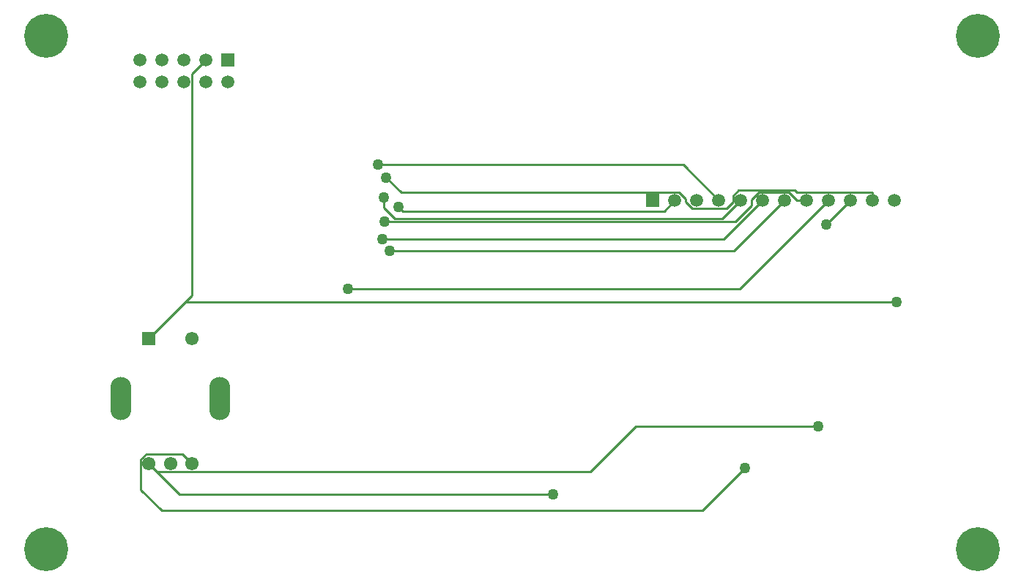
<source format=gbl>
G04*
G04 #@! TF.GenerationSoftware,Altium Limited,Altium Designer,23.2.1 (34)*
G04*
G04 Layer_Physical_Order=2*
G04 Layer_Color=16711680*
%FSLAX25Y25*%
%MOIN*%
G70*
G04*
G04 #@! TF.SameCoordinates,BF209CEF-B3CD-4BDF-936B-CE2084C87205*
G04*
G04*
G04 #@! TF.FilePolarity,Positive*
G04*
G01*
G75*
%ADD12C,0.01000*%
%ADD24R,0.06102X0.06102*%
%ADD25C,0.06102*%
G04:AMPARAMS|DCode=26|XSize=94.49mil|YSize=196.85mil|CornerRadius=47.24mil|HoleSize=0mil|Usage=FLASHONLY|Rotation=0.000|XOffset=0mil|YOffset=0mil|HoleType=Round|Shape=RoundedRectangle|*
%AMROUNDEDRECTD26*
21,1,0.09449,0.10236,0,0,0.0*
21,1,0.00000,0.19685,0,0,0.0*
1,1,0.09449,0.00000,-0.05118*
1,1,0.09449,0.00000,-0.05118*
1,1,0.09449,0.00000,0.05118*
1,1,0.09449,0.00000,0.05118*
%
%ADD26ROUNDEDRECTD26*%
%ADD28C,0.20000*%
%ADD29C,0.05906*%
%ADD30R,0.05906X0.05906*%
%ADD31C,0.05000*%
D12*
X82600Y41000D02*
X328500D01*
X348000Y60500D01*
X73000Y50600D02*
X82600Y41000D01*
X80330Y58800D02*
X90630Y48500D01*
X76657Y62472D02*
X80330Y58800D01*
X93298Y136200D02*
X96200Y139102D01*
X76657Y119559D02*
X93298Y136200D01*
X190239Y179600D02*
X192239Y177600D01*
X311100D01*
X316000Y182500D01*
X180800Y198700D02*
X319800D01*
X336000Y182500D01*
X371553D02*
X376000D01*
X368000Y186053D02*
X371553Y182500D01*
X354253Y186053D02*
X368000D01*
X351000Y182800D02*
X354253Y186053D01*
X351000Y180300D02*
Y182800D01*
X343600Y172900D02*
X351000Y180300D01*
X184000Y172900D02*
X343600D01*
X73000Y50600D02*
Y64500D01*
X75400Y66900D01*
X91915D01*
X96343Y62472D01*
X96200Y240200D02*
X102500Y246500D01*
X96200Y139102D02*
Y240200D01*
X93298Y136200D02*
X416800D01*
X80330Y58800D02*
X277400D01*
X298100Y79500D01*
X381300D01*
X167200Y142000D02*
X345500D01*
X386000Y182500D01*
X183000Y164700D02*
X338200D01*
X356000Y182500D01*
X406000D02*
Y186100D01*
X371706D02*
X406000D01*
X370653Y187153D02*
X371706Y186100D01*
X345053Y187153D02*
X370653D01*
X342400Y184500D02*
X345053Y187153D01*
X342400Y181700D02*
Y184500D01*
X339600Y178900D02*
X342400Y181700D01*
X324000Y178900D02*
X339600D01*
X321000Y181900D02*
X324000Y178900D01*
X321000Y181900D02*
Y183100D01*
X318000Y186100D02*
X321000Y183100D01*
X191500Y186100D02*
X318000D01*
X184700Y192900D02*
X191500Y186100D01*
X343000Y159500D02*
X366000Y182500D01*
X186100Y159500D02*
X343000D01*
X337500Y174000D02*
X346000Y182500D01*
X188520Y174000D02*
X337500D01*
X183400Y179120D02*
X188520Y174000D01*
X183400Y179120D02*
Y183700D01*
X90630Y48500D02*
X260500D01*
X385000Y171500D02*
X396000Y182500D01*
D24*
X76657Y119559D02*
D03*
D25*
X96343D02*
D03*
X76657Y62472D02*
D03*
X86500D02*
D03*
X96343D02*
D03*
D26*
X64059Y92000D02*
D03*
X108941D02*
D03*
D28*
X30000Y23500D02*
D03*
Y257500D02*
D03*
X454000D02*
D03*
Y23500D02*
D03*
D29*
X416000Y182500D02*
D03*
X406000D02*
D03*
X396000D02*
D03*
X386000D02*
D03*
X376000D02*
D03*
X366000D02*
D03*
X356000D02*
D03*
X346000D02*
D03*
X336000D02*
D03*
X326000D02*
D03*
X316000D02*
D03*
X72500Y236500D02*
D03*
Y246500D02*
D03*
X82500Y236500D02*
D03*
Y246500D02*
D03*
X92500Y236500D02*
D03*
Y246500D02*
D03*
X102500Y236500D02*
D03*
Y246500D02*
D03*
X112500Y236500D02*
D03*
D30*
X306000Y182500D02*
D03*
X112500Y246500D02*
D03*
D31*
X190239Y179600D02*
D03*
X180800Y198700D02*
D03*
X184000Y172900D02*
D03*
X348000Y60500D02*
D03*
X416800Y136200D02*
D03*
X381300Y79500D02*
D03*
X167200Y142000D02*
D03*
X183000Y164700D02*
D03*
X184700Y192900D02*
D03*
X186100Y159500D02*
D03*
X183400Y183700D02*
D03*
X260500Y48500D02*
D03*
X385000Y171500D02*
D03*
M02*

</source>
